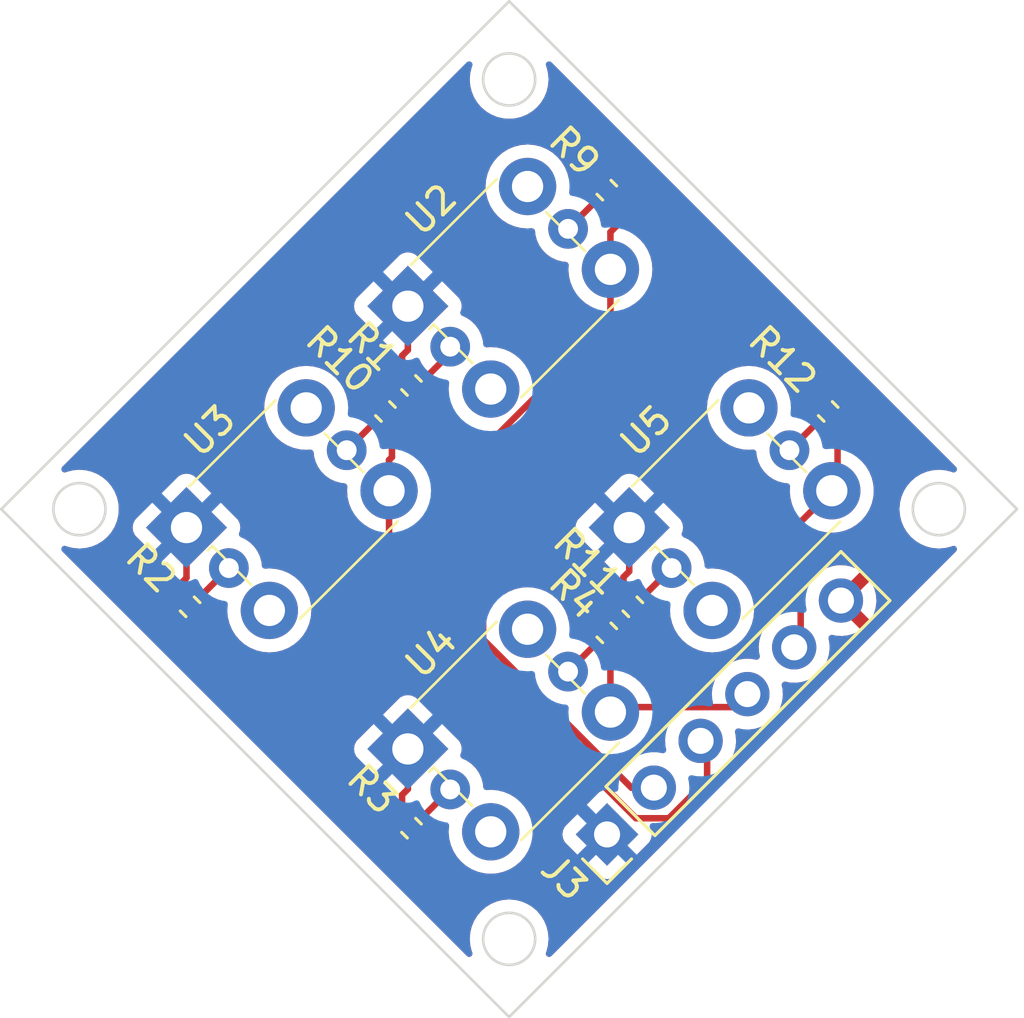
<source format=kicad_pcb>
(kicad_pcb (version 20211014) (generator pcbnew)
  (layers (0 "F.Cu" signal) (31 "B.Cu" signal) (34 "B.Paste" user) (35 "F.Paste" user) (36 "B.SilkS" user "B.Silkscreen") (37 "F.SilkS" user "F.Silkscreen") (38 "B.Mask" user) (39 "F.Mask" user) (44 "Edge.Cuts" user))
  (net 0 "")
  (net 1 "Net-(J3-Pad1)")
  (net 2 "Net-(J3-Pad2)")
  (net 3 "Net-(J3-Pad3)")
  (net 4 "GND")
  (net 5 "Net-(J3-Pad4)")
  (net 6 "Net-(J3-Pad5)")
  (net 7 "Net-(R1-Pad1)")
  (net 8 "Net-(R2-Pad1)")
  (net 9 "Net-(R3-Pad1)")
  (net 10 "Net-(R4-Pad1)")
  (footprint "Resistor_SMD:R_0402_1005Metric" (layer "F.Cu") (at 144.75 113.75 -45)
    (fp_text reference "R12" (at -2.65165 -0.176777 135) (layer "F.SilkS"))
    (fp_text value "10K")
    (fp_line (start -0.153641 0.38) (end 0.153641 0.38) (layer "F.SilkS") (width 0.12))
    (fp_line (start -0.153641 -0.38) (end 0.153641 -0.38) (layer "F.SilkS") (width 0.12))
    (pad "1" smd roundrect (at -0.51 0 315) (size 0.54 0.64) (layers "F.Cu" "F.Paste" "F.Mask") (net 4 "GND"))
    (pad "2" smd roundrect (at 0.51 0 315) (size 0.54 0.64) (layers "F.Cu" "F.Paste" "F.Mask") (net 6 "Net-(J3-Pad5)"))
  )
  (footprint "Resistor_SMD:R_0402_1005Metric" (layer "F.Cu") (at 136.25 105.25 -45)
    (fp_text reference "R9" (at -1.944544 -0.176777 135) (layer "F.SilkS"))
    (fp_text value "10K")
    (fp_line (start -0.153641 -0.38) (end 0.153641 -0.38) (layer "F.SilkS") (width 0.12))
    (fp_line (start -0.153641 0.38) (end 0.153641 0.38) (layer "F.SilkS") (width 0.12))
    (pad "1" smd roundrect (at -0.51 0 315) (size 0.54 0.64) (layers "F.Cu" "F.Paste" "F.Mask") (net 4 "GND"))
    (pad "2" smd roundrect (at 0.51 0 315) (size 0.54 0.64) (layers "F.Cu" "F.Paste" "F.Mask") (net 2 "Net-(J3-Pad2)"))
  )
  (footprint "Connector_PinHeader_2.54mm:PinHeader_1x06_P2.54mm_Vertical" (layer "F.Cu") (at 136.259872 129.990129 135)
    (fp_text reference "J3" (at 0 -2.33 135) (layer "F.SilkS"))
    (fp_text value "Conn_01x06_Male")
    (fp_line (start -1.33 1.27) (end 1.33 1.27) (layer "F.SilkS") (width 0.12))
    (fp_line (start -1.33 0) (end -1.33 -1.33) (layer "F.SilkS") (width 0.12))
    (fp_line (start -1.33 1.27) (end -1.33 14.03) (layer "F.SilkS") (width 0.12))
    (fp_line (start -1.33 -1.33) (end 0 -1.33) (layer "F.SilkS") (width 0.12))
    (fp_line (start -1.33 14.03) (end 1.33 14.03) (layer "F.SilkS") (width 0.12))
    (fp_line (start 1.33 1.27) (end 1.33 14.03) (layer "F.SilkS") (width 0.12))
    (pad "1" thru_hole rect (at 0 0 135) (size 1.7 1.7) (drill 1) (layers *.Cu *.Mask) (net 1 "Net-(J3-Pad1)"))
    (pad "2" thru_hole oval (at 0 2.54 135) (size 1.7 1.7) (drill 1) (layers *.Cu *.Mask) (net 2 "Net-(J3-Pad2)"))
    (pad "3" thru_hole oval (at 0 5.08 135) (size 1.7 1.7) (drill 1) (layers *.Cu *.Mask) (net 3 "Net-(J3-Pad3)"))
    (pad "4" thru_hole oval (at 0 7.62 135) (size 1.7 1.7) (drill 1) (layers *.Cu *.Mask) (net 5 "Net-(J3-Pad4)"))
    (pad "5" thru_hole oval (at 0 10.16 135) (size 1.7 1.7) (drill 1) (layers *.Cu *.Mask) (net 6 "Net-(J3-Pad5)"))
    (pad "6" thru_hole oval (at 0 12.7 135) (size 1.7 1.7) (drill 1) (layers *.Cu *.Mask) (net 4 "GND"))
  )
  (footprint "Resistor_SMD:R_0402_1005Metric" (layer "F.Cu") (at 127.75 113.75 -45)
    (fp_text reference "R10" (at -2.65165 -0.176777 135) (layer "F.SilkS"))
    (fp_text value "10K")
    (fp_line (start -0.153641 0.38) (end 0.153641 0.38) (layer "F.SilkS") (width 0.12))
    (fp_line (start -0.153641 -0.38) (end 0.153641 -0.38) (layer "F.SilkS") (width 0.12))
    (pad "1" smd roundrect (at -0.51 0 315) (size 0.54 0.64) (layers "F.Cu" "F.Paste" "F.Mask") (net 4 "GND"))
    (pad "2" smd roundrect (at 0.51 0 315) (size 0.54 0.64) (layers "F.Cu" "F.Paste" "F.Mask") (net 3 "Net-(J3-Pad3)"))
  )
  (footprint "Library:SwitchLED" (layer "F.Cu") (at 124 117.5 45)
    (fp_text reference "U3" (at 0 -4.242641 45 unlocked) (layer "F.SilkS"))
    (fp_text value "SwitchLED")
    (fp_line (start 3.0592 -1.0452) (end 3.0592 1.05) (layer "F.SilkS") (width 0.1))
    (fp_line (start -3.0468 -1.0562) (end -3.0468 1.052) (layer "F.SilkS") (width 0.1))
    (fp_line (start 2.6428 3.3126) (end -2.65 3.3028) (layer "F.SilkS") (width 0.1))
    (fp_line (start -2.05 -3.2914) (end 2.6174 -3.2914) (layer "F.SilkS") (width 0.1))
    (fp_line (start -3.0468 -1.0496) (end -3.2968 -1.0496) (layer "F.SilkS") (width 0.1))
    (pad "1" thru_hole rect locked (at -3.25 -2.25 45) (size 2.2 2.2) (drill 1.2) (layers *.Mask "F.Cu" "In1.Cu" "B.Cu") (net 1 "Net-(J3-Pad1)"))
    (pad "2" thru_hole circle locked (at 3.25 -2.25 45) (size 2.2 2.2) (drill 1.2) (layers *.Mask "F.Cu" "In1.Cu" "B.Cu"))
    (pad "3" thru_hole circle locked (at -3.25 2.25 45) (size 2.2 2.2) (drill 1.2) (layers *.Mask "F.Cu" "In1.Cu" "B.Cu"))
    (pad "4" thru_hole circle locked (at 3.25 2.25 45) (size 2.2 2.2) (drill 1.2) (layers *.Mask "F.Cu" "In1.Cu" "B.Cu") (net 3 "Net-(J3-Pad3)"))
    (pad "5" thru_hole circle locked (at -3.2 0 45) (size 1.524 1.524) (drill 0.762) (layers *.Cu *.Mask) (net 8 "Net-(R2-Pad1)"))
    (pad "6" thru_hole circle locked (at 3.2 0 45) (size 1.524 1.524) (drill 0.762) (layers *.Cu *.Mask) (net 4 "GND"))
  )
  (footprint "Resistor_SMD:R_0402_1005Metric" (layer "F.Cu") (at 128.75 129.75 135)
    (fp_text reference "R3" (at 2.12132 0 135) (layer "F.SilkS"))
    (fp_text value "200R")
    (fp_line (start -0.153641 0.38) (end 0.153641 0.38) (layer "F.SilkS") (width 0.12))
    (fp_line (start -0.153641 -0.38) (end 0.153641 -0.38) (layer "F.SilkS") (width 0.12))
    (pad "1" smd roundrect (at -0.51 0 135) (size 0.54 0.64) (layers "F.Cu" "F.Paste" "F.Mask") (net 9 "Net-(R3-Pad1)"))
    (pad "2" smd roundrect (at 0.51 0 135) (size 0.54 0.64) (layers "F.Cu" "F.Paste" "F.Mask") (net 1 "Net-(J3-Pad1)"))
  )
  (footprint "Resistor_SMD:R_0402_1005Metric" (layer "F.Cu") (at 137.25 121.25 135)
    (fp_text reference "R4" (at 1.944544 -1.237437 135) (layer "F.SilkS"))
    (fp_text value "200R")
    (fp_line (start -0.153641 0.38) (end 0.153641 0.38) (layer "F.SilkS") (width 0.12))
    (fp_line (start -0.153641 -0.38) (end 0.153641 -0.38) (layer "F.SilkS") (width 0.12))
    (pad "1" smd roundrect (at -0.51 0 135) (size 0.54 0.64) (layers "F.Cu" "F.Paste" "F.Mask") (net 10 "Net-(R4-Pad1)"))
    (pad "2" smd roundrect (at 0.51 0 135) (size 0.54 0.64) (layers "F.Cu" "F.Paste" "F.Mask") (net 1 "Net-(J3-Pad1)"))
  )
  (footprint "Library:SwitchLED" (layer "F.Cu") (at 132.5 109 45)
    (fp_text reference "U2" (at 0 -4.242641 45 unlocked) (layer "F.SilkS"))
    (fp_text value "SwitchLED")
    (fp_line (start 2.6428 3.3126) (end -2.65 3.3028) (layer "F.SilkS") (width 0.1))
    (fp_line (start -2.05 -3.2914) (end 2.6174 -3.2914) (layer "F.SilkS") (width 0.1))
    (fp_line (start -3.0468 -1.0562) (end -3.0468 1.052) (layer "F.SilkS") (width 0.1))
    (fp_line (start -3.0468 -1.0496) (end -3.2968 -1.0496) (layer "F.SilkS") (width 0.1))
    (fp_line (start 3.0592 -1.0452) (end 3.0592 1.05) (layer "F.SilkS") (width 0.1))
    (pad "1" thru_hole rect locked (at -3.25 -2.25 45) (size 2.2 2.2) (drill 1.2) (layers *.Mask "F.Cu" "In1.Cu" "B.Cu") (net 1 "Net-(J3-Pad1)"))
    (pad "2" thru_hole circle locked (at 3.25 -2.25 45) (size 2.2 2.2) (drill 1.2) (layers *.Mask "F.Cu" "In1.Cu" "B.Cu"))
    (pad "3" thru_hole circle locked (at -3.25 2.25 45) (size 2.2 2.2) (drill 1.2) (layers *.Mask "F.Cu" "In1.Cu" "B.Cu"))
    (pad "4" thru_hole circle locked (at 3.25 2.25 45) (size 2.2 2.2) (drill 1.2) (layers *.Mask "F.Cu" "In1.Cu" "B.Cu") (net 2 "Net-(J3-Pad2)"))
    (pad "5" thru_hole circle locked (at -3.2 0 45) (size 1.524 1.524) (drill 0.762) (layers *.Cu *.Mask) (net 7 "Net-(R1-Pad1)"))
    (pad "6" thru_hole circle locked (at 3.2 0 45) (size 1.524 1.524) (drill 0.762) (layers *.Cu *.Mask) (net 4 "GND"))
  )
  (footprint "Resistor_SMD:R_0402_1005Metric" (layer "F.Cu") (at 128.75 112.75 135)
    (fp_text reference "R1" (at 2.12132 0 135) (layer "F.SilkS"))
    (fp_text value "200R")
    (fp_line (start -0.153641 0.38) (end 0.153641 0.38) (layer "F.SilkS") (width 0.12))
    (fp_line (start -0.153641 -0.38) (end 0.153641 -0.38) (layer "F.SilkS") (width 0.12))
    (pad "1" smd roundrect (at -0.51 0 135) (size 0.54 0.64) (layers "F.Cu" "F.Paste" "F.Mask") (net 7 "Net-(R1-Pad1)"))
    (pad "2" smd roundrect (at 0.51 0 135) (size 0.54 0.64) (layers "F.Cu" "F.Paste" "F.Mask") (net 1 "Net-(J3-Pad1)"))
  )
  (footprint "Library:SwitchLED" (layer "F.Cu") (at 141 117.5 45)
    (fp_text reference "U5" (at -0.176777 -4.419417 45 unlocked) (layer "F.SilkS"))
    (fp_text value "SwitchLED")
    (fp_line (start -3.0468 -1.0562) (end -3.0468 1.052) (layer "F.SilkS") (width 0.1))
    (fp_line (start -3.0468 -1.0496) (end -3.2968 -1.0496) (layer "F.SilkS") (width 0.1))
    (fp_line (start -2.05 -3.2914) (end 2.6174 -3.2914) (layer "F.SilkS") (width 0.1))
    (fp_line (start 2.6428 3.3126) (end -2.65 3.3028) (layer "F.SilkS") (width 0.1))
    (fp_line (start 3.0592 -1.0452) (end 3.0592 1.05) (layer "F.SilkS") (width 0.1))
    (pad "1" thru_hole rect locked (at -3.25 -2.25 45) (size 2.2 2.2) (drill 1.2) (layers *.Mask "F.Cu" "In1.Cu" "B.Cu") (net 1 "Net-(J3-Pad1)"))
    (pad "2" thru_hole circle locked (at 3.25 -2.25 45) (size 2.2 2.2) (drill 1.2) (layers *.Mask "F.Cu" "In1.Cu" "B.Cu"))
    (pad "3" thru_hole circle locked (at -3.25 2.25 45) (size 2.2 2.2) (drill 1.2) (layers *.Mask "F.Cu" "In1.Cu" "B.Cu"))
    (pad "4" thru_hole circle locked (at 3.25 2.25 45) (size 2.2 2.2) (drill 1.2) (layers *.Mask "F.Cu" "In1.Cu" "B.Cu") (net 6 "Net-(J3-Pad5)"))
    (pad "5" thru_hole circle locked (at -3.2 0 45) (size 1.524 1.524) (drill 0.762) (layers *.Cu *.Mask) (net 10 "Net-(R4-Pad1)"))
    (pad "6" thru_hole circle locked (at 3.2 0 45) (size 1.524 1.524) (drill 0.762) (layers *.Cu *.Mask) (net 4 "GND"))
  )
  (footprint "Resistor_SMD:R_0402_1005Metric" (layer "F.Cu") (at 136.25 122.25 -45)
    (fp_text reference "R11" (at -2.474874 -1.414214 135) (layer "F.SilkS"))
    (fp_text value "10K")
    (fp_line (start -0.153641 0.38) (end 0.153641 0.38) (layer "F.SilkS") (width 0.12))
    (fp_line (start -0.153641 -0.38) (end 0.153641 -0.38) (layer "F.SilkS") (width 0.12))
    (pad "1" smd roundrect (at -0.51 0 315) (size 0.54 0.64) (layers "F.Cu" "F.Paste" "F.Mask") (net 4 "GND"))
    (pad "2" smd roundrect (at 0.51 0 315) (size 0.54 0.64) (layers "F.Cu" "F.Paste" "F.Mask") (net 5 "Net-(J3-Pad4)"))
  )
  (footprint "Resistor_SMD:R_0402_1005Metric" (layer "F.Cu") (at 120.25 121.25 135)
    (fp_text reference "R2" (at 2.12132 0 135) (layer "F.SilkS"))
    (fp_text value "200R")
    (fp_line (start -0.153641 -0.38) (end 0.153641 -0.38) (layer "F.SilkS") (width 0.12))
    (fp_line (start -0.153641 0.38) (end 0.153641 0.38) (layer "F.SilkS") (width 0.12))
    (pad "1" smd roundrect (at -0.51 0 135) (size 0.54 0.64) (layers "F.Cu" "F.Paste" "F.Mask") (net 8 "Net-(R2-Pad1)"))
    (pad "2" smd roundrect (at 0.51 0 135) (size 0.54 0.64) (layers "F.Cu" "F.Paste" "F.Mask") (net 1 "Net-(J3-Pad1)"))
  )
  (footprint "Library:SwitchLED" (layer "F.Cu") (at 132.5 126 45)
    (fp_text reference "U4" (at 0 -4.242641 45 unlocked) (layer "F.SilkS"))
    (fp_text value "SwitchLED")
    (fp_line (start 2.6428 3.3126) (end -2.65 3.3028) (layer "F.SilkS") (width 0.1))
    (fp_line (start -2.05 -3.2914) (end 2.6174 -3.2914) (layer "F.SilkS") (width 0.1))
    (fp_line (start -3.0468 -1.0562) (end -3.0468 1.052) (layer "F.SilkS") (width 0.1))
    (fp_line (start -3.0468 -1.0496) (end -3.2968 -1.0496) (layer "F.SilkS") (width 0.1))
    (fp_line (start 3.0592 -1.0452) (end 3.0592 1.05) (layer "F.SilkS") (width 0.1))
    (pad "1" thru_hole rect locked (at -3.25 -2.25 45) (size 2.2 2.2) (drill 1.2) (layers *.Mask "F.Cu" "In1.Cu" "B.Cu") (net 1 "Net-(J3-Pad1)"))
    (pad "2" thru_hole circle locked (at 3.25 -2.25 45) (size 2.2 2.2) (drill 1.2) (layers *.Mask "F.Cu" "In1.Cu" "B.Cu"))
    (pad "3" thru_hole circle locked (at -3.25 2.25 45) (size 2.2 2.2) (drill 1.2) (layers *.Mask "F.Cu" "In1.Cu" "B.Cu"))
    (pad "4" thru_hole circle locked (at 3.25 2.25 45) (size 2.2 2.2) (drill 1.2) (layers *.Mask "F.Cu" "In1.Cu" "B.Cu") (net 5 "Net-(J3-Pad4)"))
    (pad "5" thru_hole circle locked (at -3.2 0 45) (size 1.524 1.524) (drill 0.762) (layers *.Cu *.Mask) (net 9 "Net-(R3-Pad1)"))
    (pad "6" thru_hole circle locked (at 3.2 0 45) (size 1.524 1.524) (drill 0.762) (layers *.Cu *.Mask) (net 4 "GND"))
  )
  (gr_circle (center 116 117.5) (end 117 117.5) (layer "Edge.Cuts") (width 0.1) (fill none))
  (gr_line (start 132.5 98) (end 113 117.5) (layer "Edge.Cuts") (width 0.1))
  (gr_circle (center 149 117.5) (end 148 117.5) (layer "Edge.Cuts") (width 0.1) (fill none))
  (gr_circle (center 132.5 134) (end 132.5 133) (layer "Edge.Cuts") (width 0.1) (fill none))
  (gr_line (start 152 117.5) (end 132.5 98) (layer "Edge.Cuts") (width 0.1))
  (gr_line (start 132.5 137) (end 152 117.5) (layer "Edge.Cuts") (width 0.1))
  (gr_line (start 113 117.5) (end 132.5 137) (layer "Edge.Cuts") (width 0.1))
  (gr_circle (center 132.5 101) (end 133.5 101) (layer "Edge.Cuts") (width 0.1) (fill none))
  (segment (start 128.389376 112.389376) (end 128.389376 111.610624) (width 0.25) (layer "F.Cu") (net 1))
  (segment (start 128.389376 111.610624) (end 128.610913 111.389087) (width 0.25) (layer "F.Cu") (net 1))
  (segment (start 119.889376 120.360624) (end 120.110913 120.139087) (width 0.25) (layer "F.Cu") (net 1))
  (segment (start 128.610913 128.25) (end 128.389376 128.471537) (width 0.25) (layer "F.Cu") (net 1))
  (segment (start 120.110913 120.139087) (end 120.110913 118.207107) (width 0.25) (layer "F.Cu") (net 1))
  (segment (start 128.610913 111.389087) (end 128.610913 109.707107) (width 0.25) (layer "F.Cu") (net 1))
  (segment (start 136.509872 130.490129) (end 136.25 130.230257) (width 0.25) (layer "F.Cu") (net 1))
  (segment (start 136.889376 120.889376) (end 136.889376 120.110624) (width 0.25) (layer "F.Cu") (net 1))
  (segment (start 137.110913 119.889087) (end 137.110913 118.207107) (width 0.25) (layer "F.Cu") (net 1))
  (segment (start 128.610913 126.707107) (end 128.610913 128.25) (width 0.25) (layer "F.Cu") (net 1))
  (segment (start 128.389376 128.471537) (end 128.389376 129.389376) (width 0.25) (layer "F.Cu") (net 1))
  (segment (start 136.889376 120.110624) (end 137.110913 119.889087) (width 0.25) (layer "F.Cu") (net 1))
  (segment (start 119.889376 120.889376) (end 119.889376 120.360624) (width 0.25) (layer "F.Cu") (net 1))
  (segment (start 131.5 115.197235) (end 136.389087 110.308148) (width 0.25) (layer "F.Cu") (net 2))
  (segment (start 131.5 122.5) (end 131.5 115.197235) (width 0.25) (layer "F.Cu") (net 2))
  (segment (start 136.389087 110.308148) (end 136.389087 108.292893) (width 0.25) (layer "F.Cu") (net 2))
  (segment (start 138.055923 128.194078) (end 137.194078 128.194078) (width 0.25) (layer "F.Cu") (net 2))
  (segment (start 136.610624 105.610624) (end 136.610624 106.639376) (width 0.25) (layer "F.Cu") (net 2))
  (segment (start 136.389087 106.860913) (end 136.389087 108.292893) (width 0.25) (layer "F.Cu") (net 2))
  (segment (start 136.610624 106.639376) (end 136.389087 106.860913) (width 0.25) (layer "F.Cu") (net 2))
  (segment (start 137.194078 128.194078) (end 131.5 122.5) (width 0.25) (layer "F.Cu") (net 2))
  (segment (start 137.369078 129.369078) (end 127.889087 119.889087) (width 0.25) (layer "F.Cu") (net 3))
  (segment (start 140.101974 127.898026) (end 138.630922 129.369078) (width 0.25) (layer "F.Cu") (net 3))
  (segment (start 128 115.5) (end 128 114.221248) (width 0.25) (layer "F.Cu") (net 3))
  (segment (start 138.630922 129.369078) (end 137.369078 129.369078) (width 0.25) (layer "F.Cu") (net 3))
  (segment (start 127.889087 116.792893) (end 127.889087 115.610913) (width 0.25) (layer "F.Cu") (net 3))
  (segment (start 128 114.221248) (end 128.110624 114.110624) (width 0.25) (layer "F.Cu") (net 3))
  (segment (start 140.101974 126.898027) (end 140.101974 127.898026) (width 0.25) (layer "F.Cu") (net 3))
  (segment (start 127.889087 119.889087) (end 127.889087 116.792893) (width 0.25) (layer "F.Cu") (net 3))
  (segment (start 127.889087 115.610913) (end 128 115.5) (width 0.25) (layer "F.Cu") (net 3))
  (segment (start 144.389376 113.389376) (end 144.389376 114.110624) (width 0.25) (layer "F.Cu") (net 4))
  (segment (start 135.889376 122.610624) (end 135.889376 121.889376) (width 0.25) (layer "F.Cu") (net 4))
  (segment (start 126.262742 115.237258) (end 127.389376 114.110624) (width 0.25) (layer "F.Cu") (net 4))
  (segment (start 134.762742 123.737258) (end 135.889376 122.610624) (width 0.25) (layer "F.Cu") (net 4))
  (segment (start 134.762742 106.737258) (end 135.889376 105.610624) (width 0.25) (layer "F.Cu") (net 4))
  (segment (start 144.389376 114.110624) (end 143.262742 115.237258) (width 0.25) (layer "F.Cu") (net 4))
  (segment (start 135.889376 105.610624) (end 135.889376 104.889376) (width 0.25) (layer "F.Cu") (net 4))
  (segment (start 127.389376 114.110624) (end 127.389376 113.389376) (width 0.25) (layer "F.Cu") (net 4))
  (segment (start 136.610624 123.389376) (end 136.389087 123.610913) (width 0.25) (layer "F.Cu") (net 5))
  (segment (start 141.898026 125.101975) (end 136.580005 125.101975) (width 0.25) (layer "F.Cu") (net 5))
  (segment (start 136.580005 125.101975) (end 136.389087 125.292893) (width 0.25) (layer "F.Cu") (net 5))
  (segment (start 136.389087 123.610913) (end 136.389087 125.292893) (width 0.25) (layer "F.Cu") (net 5))
  (segment (start 136.610624 122.610624) (end 136.610624 123.389376) (width 0.25) (layer "F.Cu") (net 5))
  (segment (start 141.707108 125.292893) (end 141.898026 125.101975) (width 0.25) (layer "F.Cu") (net 5))
  (segment (start 145.110624 116.571356) (end 145.110624 114.110624) (width 0.25) (layer "F.Cu") (net 6))
  (segment (start 143.694077 117.987903) (end 144.889087 116.792893) (width 0.25) (layer "F.Cu") (net 6))
  (segment (start 143.694077 123.305924) (end 143.694077 117.987903) (width 0.25) (layer "F.Cu") (net 6))
  (segment (start 130.237258 111.262742) (end 130.237258 111.512742) (width 0.25) (layer "F.Cu") (net 7))
  (segment (start 129.110624 112.639376) (end 129.110624 113.110624) (width 0.25) (layer "F.Cu") (net 7))
  (segment (start 130.237258 111.512742) (end 129.110624 112.639376) (width 0.25) (layer "F.Cu") (net 7))
  (segment (start 120.610624 120.889376) (end 121.737258 119.762742) (width 0.25) (layer "F.Cu") (net 8))
  (segment (start 120.610624 121.610624) (end 120.610624 120.889376) (width 0.25) (layer "F.Cu") (net 8))
  (segment (start 129.110624 129.389376) (end 130.237258 128.262742) (width 0.25) (layer "F.Cu") (net 9))
  (segment (start 129.110624 130.110624) (end 129.110624 129.389376) (width 0.25) (layer "F.Cu") (net 9))
  (segment (start 137.610624 121.610624) (end 137.610624 120.889376) (width 0.25) (layer "F.Cu") (net 10))
  (segment (start 137.610624 120.889376) (end 138.737258 119.762742) (width 0.25) (layer "F.Cu") (net 10))
  (zone (net 4) (net_name "GND") (layer "F.Cu") (connect_pads (clearance 0.508)) (min_thickness 0.254) (fill yes (thermal_gap 0.508) (thermal_bridge_width 0.508))
    (polygon (pts (xy 152 117.5) (xy 132.5 137) (xy 113 117.5) (xy 132.5 98)))
  )
  (zone (net 1) (net_name "Net-(J3-Pad1)") (layer "B.Cu") (connect_pads (clearance 0.508)) (min_thickness 0.254) (fill yes (thermal_gap 0.508) (thermal_bridge_width 0.508))
    (polygon (pts (xy 152 117.5) (xy 132.5 137) (xy 113 117.5) (xy 132.5 98)))
  )
)
</source>
